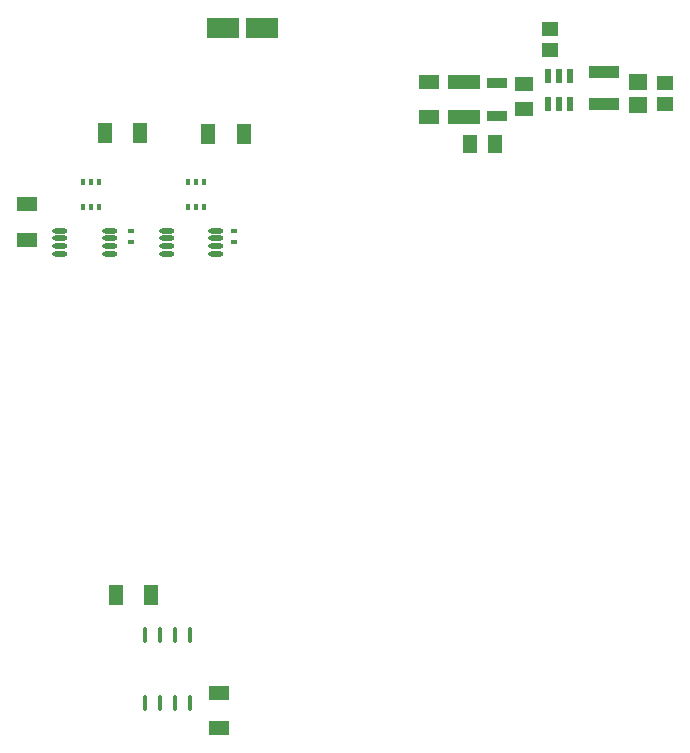
<source format=gbr>
%TF.GenerationSoftware,Altium Limited,Altium Designer,18.0.12 (696)*%
G04 Layer_Color=128*
%FSLAX26Y26*%
%MOIN*%
%TF.FileFunction,Paste,Bot*%
%TF.Part,Single*%
G01*
G75*
%TA.AperFunction,SMDPad,CuDef*%
%ADD10R,0.057087X0.045276*%
%ADD11R,0.059055X0.049213*%
%ADD13R,0.106299X0.045276*%
%ADD14R,0.070866X0.045276*%
%ADD17R,0.049213X0.059055*%
%ADD20R,0.021654X0.017716*%
%ADD66R,0.045276X0.070866*%
%ADD67R,0.110236X0.066929*%
%ADD68O,0.051181X0.017716*%
%ADD69R,0.066929X0.037402*%
%ADD70R,0.061024X0.053150*%
%ADD71R,0.102362X0.043307*%
%ADD72R,0.021654X0.051181*%
%ADD73O,0.013780X0.055118*%
%ADD74R,0.015748X0.023622*%
D10*
X2159000Y2195510D02*
D03*
Y2266376D02*
D03*
X1775000Y2445433D02*
D03*
Y2374567D02*
D03*
D11*
X1689000Y2262284D02*
D03*
Y2179606D02*
D03*
D13*
X1489000Y2151890D02*
D03*
Y2270000D02*
D03*
D14*
X32000Y1743945D02*
D03*
Y1862055D02*
D03*
X1371654Y2152166D02*
D03*
Y2270276D02*
D03*
X671000Y233056D02*
D03*
Y114946D02*
D03*
D17*
X1590338Y2060942D02*
D03*
X1507662D02*
D03*
D20*
X721000Y1771716D02*
D03*
Y1736283D02*
D03*
X379000Y1772716D02*
D03*
Y1737283D02*
D03*
D66*
X409055Y2100000D02*
D03*
X290945D02*
D03*
X754055Y2095000D02*
D03*
X635945D02*
D03*
X326944Y559000D02*
D03*
X445054D02*
D03*
D67*
X813976Y2450000D02*
D03*
X686024D02*
D03*
D68*
X142323Y1696614D02*
D03*
Y1722205D02*
D03*
Y1747795D02*
D03*
Y1773386D02*
D03*
X307677Y1696614D02*
D03*
Y1722205D02*
D03*
Y1747795D02*
D03*
Y1773386D02*
D03*
X497323Y1696614D02*
D03*
Y1722205D02*
D03*
Y1747795D02*
D03*
Y1773386D02*
D03*
X662677Y1696614D02*
D03*
Y1722205D02*
D03*
Y1747795D02*
D03*
Y1773386D02*
D03*
D69*
X1599000Y2155824D02*
D03*
Y2266062D02*
D03*
D70*
X2069000Y2191574D02*
D03*
Y2270314D02*
D03*
D71*
X1954330Y2302756D02*
D03*
Y2196456D02*
D03*
D72*
X1842150Y2289604D02*
D03*
X1804748D02*
D03*
X1767346D02*
D03*
Y2195116D02*
D03*
X1804748D02*
D03*
X1842150D02*
D03*
D73*
X575236Y197898D02*
D03*
X525236D02*
D03*
X475236D02*
D03*
X425236D02*
D03*
X575236Y424276D02*
D03*
X525236D02*
D03*
X475236D02*
D03*
X425236D02*
D03*
D74*
X620591Y1853661D02*
D03*
X595000D02*
D03*
X569409D02*
D03*
Y1936339D02*
D03*
X595000D02*
D03*
X620591D02*
D03*
X270591Y1853661D02*
D03*
X245000D02*
D03*
X219410D02*
D03*
Y1936339D02*
D03*
X245000D02*
D03*
X270591D02*
D03*
%TF.MD5,5ce7559638d82682e9413099317fc684*%
M02*

</source>
